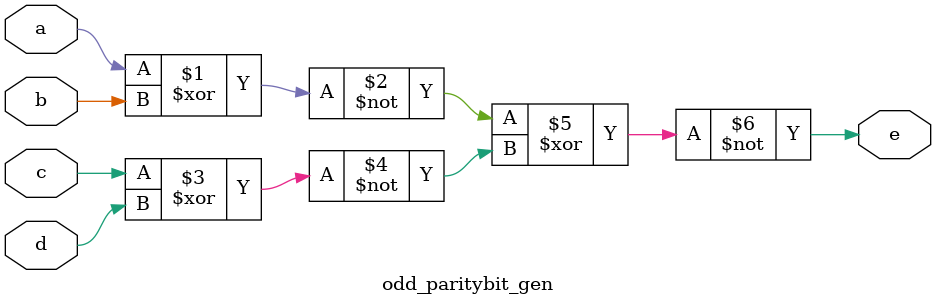
<source format=v>
`timescale 1ns / 1ps

//////////////////////////////////////////////////////////////////////////////////


module odd_paritybit_gen(
input a,
input b,
input c,
input d,
output e
    );
    assign e=~((~(a^b))^(~(c^d)));
endmodule

</source>
